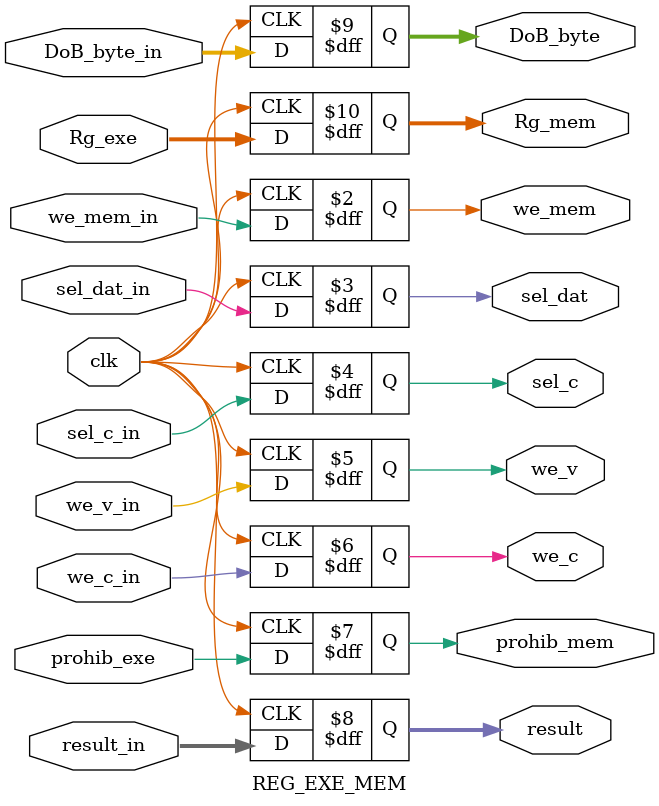
<source format=v>
module REG_EXE_MEM(

	input clk,
	input we_mem_in,
	input sel_dat_in,
	input sel_c_in,
	input we_v_in,
	input we_c_in,
	input prohib_exe,
	input [31:0]result_in,  //salida del mux
	input [7:0]DoB_byte_in,
	input [3:0]Rg_exe,


	output reg we_mem,
	output reg sel_dat,
	output reg sel_c,
	output reg we_v,
	output reg we_c,
	output reg prohib_mem,
	output reg [31:0]result,  //salida del mux
	output reg [7:0]DoB_byte,
	output reg [3:0]Rg_mem
);

	always @(posedge clk)
	begin
		we_mem<=we_mem_in;
		sel_dat<=sel_dat_in;
		sel_c<= sel_c_in;
		we_v <= we_v_in;
		we_c <= we_c_in;
		result <= result_in;
		DoB_byte<= DoB_byte_in;
		Rg_mem <=Rg_exe;	
		prohib_mem <= prohib_exe;
	end

endmodule 
</source>
